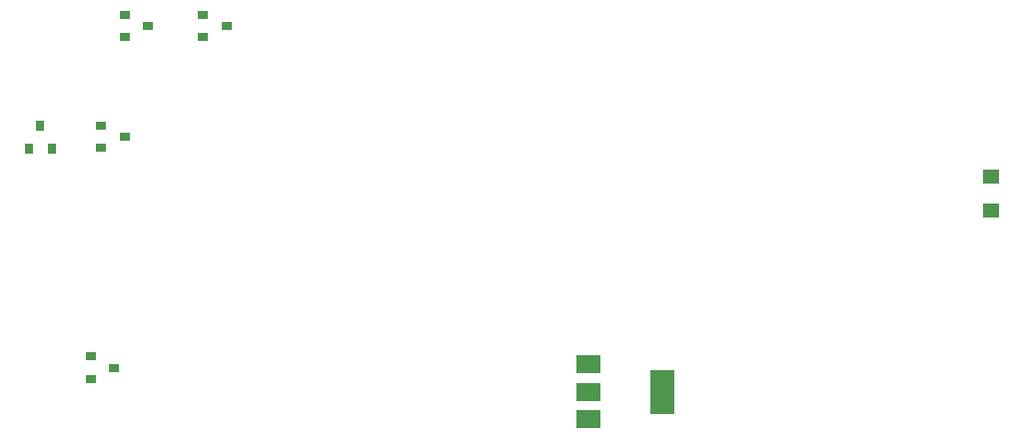
<source format=gbr>
%TF.GenerationSoftware,KiCad,Pcbnew,(5.1.6)-1*%
%TF.CreationDate,2020-11-06T18:28:59+03:00*%
%TF.ProjectId,_____  _____ V2,4145353c-3020-4204-9730-413e32205632,rev?*%
%TF.SameCoordinates,Original*%
%TF.FileFunction,Paste,Top*%
%TF.FilePolarity,Positive*%
%FSLAX46Y46*%
G04 Gerber Fmt 4.6, Leading zero omitted, Abs format (unit mm)*
G04 Created by KiCad (PCBNEW (5.1.6)-1) date 2020-11-06 18:28:59*
%MOMM*%
%LPD*%
G01*
G04 APERTURE LIST*
%ADD10R,2.000000X1.500000*%
%ADD11R,2.000000X3.800000*%
%ADD12R,0.900000X0.800000*%
%ADD13R,0.800000X0.900000*%
%ADD14R,1.400000X1.300000*%
G04 APERTURE END LIST*
D10*
%TO.C,U1*%
X137756500Y-117016500D03*
X137756500Y-121616500D03*
X137756500Y-119316500D03*
D11*
X144056500Y-119316500D03*
%TD*%
D12*
%TO.C,Q3*%
X98472500Y-97663000D03*
X96472500Y-98613000D03*
X96472500Y-96713000D03*
%TD*%
%TO.C,Q2*%
X97583500Y-117284500D03*
X95583500Y-118234500D03*
X95583500Y-116334500D03*
%TD*%
D13*
%TO.C,Q1*%
X91313000Y-96726500D03*
X92263000Y-98726500D03*
X90363000Y-98726500D03*
%TD*%
D14*
%TO.C,D10*%
X171894500Y-103939000D03*
X171894500Y-101039000D03*
%TD*%
D12*
%TO.C,D2*%
X107108500Y-88265000D03*
X105108500Y-89215000D03*
X105108500Y-87315000D03*
%TD*%
%TO.C,D1*%
X100441000Y-88265000D03*
X98441000Y-89215000D03*
X98441000Y-87315000D03*
%TD*%
M02*

</source>
